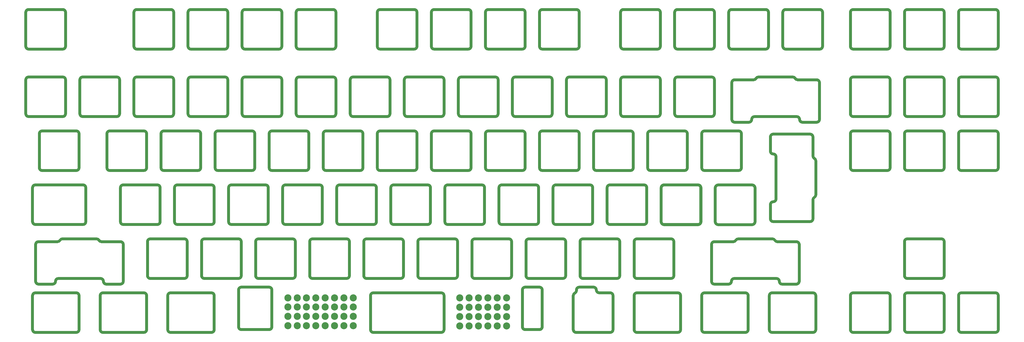
<source format=gbr>
%TF.GenerationSoftware,KiCad,Pcbnew,(5.1.9)-1*%
%TF.CreationDate,2021-02-08T19:10:30+01:00*%
%TF.ProjectId,P.01_ISO,502e3031-5f49-4534-9f2e-6b696361645f,rev?*%
%TF.SameCoordinates,Original*%
%TF.FileFunction,Soldermask,Bot*%
%TF.FilePolarity,Negative*%
%FSLAX46Y46*%
G04 Gerber Fmt 4.6, Leading zero omitted, Abs format (unit mm)*
G04 Created by KiCad (PCBNEW (5.1.9)-1) date 2021-02-08 19:10:30*
%MOMM*%
%LPD*%
G01*
G04 APERTURE LIST*
%ADD10C,1.000000*%
%ADD11C,2.500000*%
G04 APERTURE END LIST*
D10*
X254507992Y-104909752D02*
G75*
G02*
X253507992Y-105909752I-1000000J0D01*
G01*
X234092751Y-113982507D02*
X246092751Y-113982507D01*
X233092751Y-100982507D02*
G75*
G02*
X234092751Y-99982507I1000000J0D01*
G01*
X246092751Y-99982507D02*
G75*
G02*
X247092751Y-100982507I0J-1000000D01*
G01*
X247092751Y-112982507D02*
G75*
G02*
X246092751Y-113982507I-1000000J0D01*
G01*
X246092751Y-99982507D02*
X234092751Y-99982507D01*
X252507992Y-106909752D02*
G75*
G02*
X253507992Y-105909752I1000000J0D01*
G01*
X268507992Y-103471752D02*
X268507992Y-91471752D01*
X234092751Y-113982507D02*
G75*
G02*
X233092751Y-112982507I0J1000000D01*
G01*
X267507992Y-111909752D02*
X267507992Y-105203803D01*
X268507993Y-103471752D02*
G75*
G02*
X268007992Y-104337778I-1000001J0D01*
G01*
X253507992Y-89033752D02*
G75*
G02*
X254507992Y-90033752I0J-1000000D01*
G01*
X253507992Y-112909752D02*
X266507992Y-112909752D01*
X253507992Y-112909752D02*
G75*
G02*
X252507992Y-111909752I0J1000000D01*
G01*
X267507992Y-105203803D02*
G75*
G02*
X268007992Y-104337778I1000000J0D01*
G01*
X252507992Y-106909752D02*
X252507992Y-111909752D01*
X252507993Y-83033752D02*
X252507992Y-88033752D01*
X247092751Y-112982507D02*
X247092751Y-100982507D01*
X267507992Y-89739701D02*
X267507993Y-83033752D01*
X266507993Y-82033752D02*
G75*
G02*
X267507993Y-83033752I0J-1000000D01*
G01*
X266507993Y-82033752D02*
X253507993Y-82033752D01*
X254507992Y-90033752D02*
X254507992Y-104909752D01*
X267507992Y-111909752D02*
G75*
G02*
X266507992Y-112909752I-1000000J0D01*
G01*
X268007992Y-90605726D02*
G75*
G02*
X267507992Y-89739701I500000J866025D01*
G01*
X233092751Y-100982507D02*
X233092751Y-112982507D01*
X252507993Y-83033752D02*
G75*
G02*
X253507993Y-82033752I1000000J0D01*
G01*
X253507992Y-89033752D02*
G75*
G02*
X252507992Y-88033752I0J1000000D01*
G01*
X227042751Y-99982507D02*
G75*
G02*
X228042751Y-100982507I0J-1000000D01*
G01*
X228042751Y-112982507D02*
X228042751Y-100982507D01*
X228042751Y-112982507D02*
G75*
G02*
X227042751Y-113982507I-1000000J0D01*
G01*
X227042751Y-99982507D02*
X215042751Y-99982507D01*
X214042751Y-100982507D02*
X214042751Y-112982507D01*
X215042751Y-113982507D02*
X227042751Y-113982507D01*
X215042751Y-113982507D02*
G75*
G02*
X214042751Y-112982507I0J1000000D01*
G01*
X214042751Y-100982507D02*
G75*
G02*
X215042751Y-99982507I1000000J0D01*
G01*
X268007992Y-90605727D02*
G75*
G02*
X268507992Y-91471752I-500000J-866025D01*
G01*
X-9813799Y-39027099D02*
X-9813799Y-51027099D01*
X-9813800Y-74839599D02*
X-9813800Y-62839599D01*
X185161200Y-81889605D02*
X185161199Y-93889605D01*
X171161200Y-81889604D02*
G75*
G02*
X172161200Y-80889604I1000000J0D01*
G01*
X172161199Y-94889604D02*
G75*
G02*
X171161199Y-93889604I0J1000000D01*
G01*
X171161199Y-93889604D02*
X171161200Y-81889604D01*
X127011200Y-80889603D02*
X115011200Y-80889603D01*
X89911199Y-93889602D02*
G75*
G02*
X88911199Y-94889602I-1000000J0D01*
G01*
X114011200Y-81889603D02*
X114011199Y-93889603D01*
X185161199Y-93889605D02*
G75*
G02*
X184161199Y-94889605I-1000000J0D01*
G01*
X115011199Y-94889603D02*
G75*
G02*
X114011199Y-93889603I0J1000000D01*
G01*
X89911199Y-93889602D02*
X89911200Y-81889602D01*
X128011199Y-93889603D02*
X128011200Y-81889603D01*
X128011199Y-93889603D02*
G75*
G02*
X127011199Y-94889603I-1000000J0D01*
G01*
X115011199Y-94889603D02*
X127011199Y-94889603D01*
X127011200Y-80889603D02*
G75*
G02*
X128011200Y-81889603I0J-1000000D01*
G01*
X114011200Y-81889603D02*
G75*
G02*
X115011200Y-80889603I1000000J0D01*
G01*
X184161200Y-80889605D02*
G75*
G02*
X185161200Y-81889605I0J-1000000D01*
G01*
X76911199Y-94889602D02*
G75*
G02*
X75911199Y-93889602I0J1000000D01*
G01*
X172161200Y-80889604D02*
X184161200Y-80889605D01*
X76911199Y-94889602D02*
X88911199Y-94889602D01*
X184161199Y-94889605D02*
X172161199Y-94889604D01*
X134061201Y-52027103D02*
X146061201Y-52027104D01*
X137536200Y-74839603D02*
G75*
G02*
X136536200Y-75839603I-1000000J0D01*
G01*
X124536200Y-61839603D02*
X136536200Y-61839603D01*
X123536200Y-74839603D02*
X123536200Y-62839603D01*
X94673699Y-100939602D02*
X94673699Y-112939602D01*
X150823699Y-113939604D02*
X138823699Y-113939604D01*
X80673699Y-100939602D02*
G75*
G02*
X81673699Y-99939602I1000000J0D01*
G01*
X93673699Y-113939602D02*
X81673699Y-113939602D01*
X150823699Y-99939604D02*
G75*
G02*
X151823699Y-100939604I0J-1000000D01*
G01*
X142586200Y-62839604D02*
G75*
G02*
X143586200Y-61839604I1000000J0D01*
G01*
X138823699Y-113939604D02*
G75*
G02*
X137823699Y-112939604I0J1000000D01*
G01*
X253123698Y-152039607D02*
G75*
G02*
X252123698Y-151039607I0J1000000D01*
G01*
X137536200Y-62839604D02*
X137536200Y-74839604D01*
X80673699Y-112939602D02*
X80673699Y-100939602D01*
X252123698Y-139039607D02*
G75*
G02*
X253123698Y-138039607I1000000J0D01*
G01*
X143586200Y-61839604D02*
X155586200Y-61839604D01*
X136536201Y-61839603D02*
G75*
G02*
X137536200Y-62839604I-1J-1000000D01*
G01*
X143586200Y-75839604D02*
G75*
G02*
X142586200Y-74839604I0J1000000D01*
G01*
X165111201Y-38027104D02*
G75*
G02*
X166111201Y-39027104I0J-1000000D01*
G01*
X267504948Y-138039607D02*
G75*
G02*
X268504948Y-139039607I0J-1000000D01*
G01*
X133061201Y-39027103D02*
G75*
G02*
X134061201Y-38027103I1000000J0D01*
G01*
X94673699Y-112939602D02*
G75*
G02*
X93673699Y-113939602I-1000000J0D01*
G01*
X123536200Y-62839603D02*
G75*
G02*
X124536200Y-61839603I1000000J0D01*
G01*
X153111201Y-52027104D02*
G75*
G02*
X152111201Y-51027104I0J1000000D01*
G01*
X88911200Y-80889602D02*
X76911200Y-80889602D01*
X136536200Y-75839603D02*
X124536200Y-75839603D01*
X156586200Y-62839604D02*
X156586200Y-74839604D01*
X81673699Y-99939602D02*
X93673699Y-99939602D01*
X133061201Y-39027103D02*
X133061201Y-51027103D01*
X252123698Y-151039607D02*
X252123698Y-139039607D01*
X93673699Y-99939602D02*
G75*
G02*
X94673699Y-100939602I0J-1000000D01*
G01*
X153111201Y-52027104D02*
X165111201Y-52027104D01*
X268504948Y-151039607D02*
G75*
G02*
X267504948Y-152039607I-1000000J0D01*
G01*
X75911200Y-81889602D02*
G75*
G02*
X76911200Y-80889602I1000000J0D01*
G01*
X81673699Y-113939602D02*
G75*
G02*
X80673699Y-112939602I0J1000000D01*
G01*
X146061201Y-38027104D02*
G75*
G02*
X147061201Y-39027104I0J-1000000D01*
G01*
X147061201Y-51027104D02*
G75*
G02*
X146061201Y-52027104I-1000000J0D01*
G01*
X151823699Y-112939604D02*
G75*
G02*
X150823699Y-113939604I-1000000J0D01*
G01*
X138823699Y-99939604D02*
X150823699Y-99939604D01*
X137823699Y-112939604D02*
X137823699Y-100939604D01*
X152111201Y-39027104D02*
G75*
G02*
X153111201Y-38027104I1000000J0D01*
G01*
X156586200Y-74839604D02*
G75*
G02*
X155586200Y-75839604I-1000000J0D01*
G01*
X267504948Y-152039607D02*
X253123698Y-152039607D01*
X146061201Y-38027104D02*
X134061201Y-38027103D01*
X124536200Y-75839603D02*
G75*
G02*
X123536200Y-74839603I0J1000000D01*
G01*
X152111201Y-39027104D02*
X152111201Y-51027104D01*
X166111201Y-51027104D02*
X166111201Y-39027104D01*
X155586200Y-75839604D02*
X143586200Y-75839604D01*
X75623699Y-112939602D02*
X75623699Y-100939602D01*
X137823699Y-100939604D02*
G75*
G02*
X138823699Y-99939604I1000000J0D01*
G01*
X62623699Y-113939601D02*
G75*
G02*
X61623699Y-112939601I0J1000000D01*
G01*
X62623699Y-113939601D02*
X74623699Y-113939602D01*
X253123698Y-138039607D02*
X267504948Y-138039607D01*
X75623699Y-112939602D02*
G75*
G02*
X74623699Y-113939602I-1000000J0D01*
G01*
X166111201Y-51027104D02*
G75*
G02*
X165111201Y-52027104I-1000000J0D01*
G01*
X147061201Y-51027104D02*
X147061201Y-39027104D01*
X134061201Y-52027103D02*
G75*
G02*
X133061201Y-51027103I0J1000000D01*
G01*
X151823699Y-100939604D02*
X151823699Y-112939604D01*
X268504948Y-139039607D02*
X268504948Y-151039607D01*
X142586200Y-74839604D02*
X142586200Y-62839604D01*
X155586200Y-61839604D02*
G75*
G02*
X156586200Y-62839604I0J-1000000D01*
G01*
X165111201Y-38027104D02*
X153111201Y-38027104D01*
X75911200Y-81889602D02*
X75911199Y-93889602D01*
X88911200Y-80889602D02*
G75*
G02*
X89911200Y-81889602I0J-1000000D01*
G01*
X195973699Y-113939605D02*
G75*
G02*
X194973699Y-112939605I0J1000000D01*
G01*
X146061199Y-94889604D02*
X134061199Y-94889603D01*
X133061199Y-93889603D02*
X133061200Y-81889603D01*
X147061199Y-93889604D02*
G75*
G02*
X146061199Y-94889604I-1000000J0D01*
G01*
X196067448Y-138039605D02*
G75*
G02*
X197067448Y-139039605I0J-1000000D01*
G01*
X146061200Y-80889604D02*
G75*
G02*
X147061200Y-81889604I0J-1000000D01*
G01*
X195973699Y-113939605D02*
X207973699Y-113939605D01*
X134061199Y-94889603D02*
G75*
G02*
X133061199Y-93889603I0J1000000D01*
G01*
X208973699Y-112939606D02*
X208973699Y-100939606D01*
X200736200Y-75839605D02*
G75*
G02*
X199736200Y-74839605I0J1000000D01*
G01*
X196067448Y-138039605D02*
X192186198Y-138039605D01*
X213736200Y-74839606D02*
G75*
G02*
X212736200Y-75839606I-1000000J0D01*
G01*
X184186198Y-137039605D02*
X184186198Y-137244222D01*
X207973699Y-99939605D02*
X195973699Y-99939605D01*
X199736200Y-74839605D02*
X199736200Y-62839605D01*
X199736200Y-62839605D02*
G75*
G02*
X200736200Y-61839605I1000000J0D01*
G01*
X134061200Y-80889603D02*
X146061200Y-80889604D01*
X133061200Y-81889603D02*
G75*
G02*
X134061200Y-80889603I1000000J0D01*
G01*
X113723699Y-112939603D02*
X113723699Y-100939603D01*
X117486200Y-61839603D02*
G75*
G02*
X118486200Y-62839603I0J-1000000D01*
G01*
X190186198Y-136039605D02*
G75*
G02*
X191186198Y-137039605I0J-1000000D01*
G01*
X213736200Y-62839606D02*
X213736200Y-74839606D01*
X99723699Y-100939602D02*
X99723699Y-112939602D01*
X208973699Y-112939605D02*
G75*
G02*
X207973699Y-113939605I-1000000J0D01*
G01*
X194973699Y-100939605D02*
X194973699Y-112939605D01*
X200736200Y-61839605D02*
X212736200Y-61839606D01*
X184186199Y-137244222D02*
G75*
G02*
X183626823Y-138141914I-1000001J0D01*
G01*
X100723699Y-113939602D02*
X112723699Y-113939603D01*
X118486200Y-62839603D02*
X118486200Y-74839603D01*
X212736200Y-75839606D02*
X200736200Y-75839605D01*
X117486200Y-75839603D02*
X105486200Y-75839603D01*
X190186198Y-136039605D02*
X185186198Y-136039605D01*
X112723699Y-99939603D02*
X100723699Y-99939602D01*
X100723699Y-113939602D02*
G75*
G02*
X99723699Y-112939602I0J1000000D01*
G01*
X118486200Y-74839603D02*
G75*
G02*
X117486200Y-75839603I-1000000J0D01*
G01*
X183067448Y-139039605D02*
G75*
G02*
X183626823Y-138141914I1000000J0D01*
G01*
X113723699Y-112939603D02*
G75*
G02*
X112723699Y-113939603I-1000000J0D01*
G01*
X61623699Y-100939601D02*
X61623699Y-112939601D01*
X74623699Y-99939602D02*
X62623699Y-99939601D01*
X147061200Y-81889604D02*
X147061199Y-93889604D01*
X184186198Y-137039605D02*
G75*
G02*
X185186198Y-136039605I1000000J0D01*
G01*
X197067448Y-151039605D02*
G75*
G02*
X196067448Y-152039605I-1000000J0D01*
G01*
X183067448Y-139039605D02*
X183067448Y-151039605D01*
X112723699Y-99939603D02*
G75*
G02*
X113723699Y-100939603I0J-1000000D01*
G01*
X184067448Y-152039605D02*
G75*
G02*
X183067448Y-151039605I0J1000000D01*
G01*
X207973700Y-99939605D02*
G75*
G02*
X208973699Y-100939606I-1J-1000000D01*
G01*
X184067448Y-152039605D02*
X196067448Y-152039605D01*
X212736200Y-61839606D02*
G75*
G02*
X213736200Y-62839606I0J-1000000D01*
G01*
X61623699Y-100939601D02*
G75*
G02*
X62623699Y-99939601I1000000J0D01*
G01*
X74623699Y-99939602D02*
G75*
G02*
X75623699Y-100939602I0J-1000000D01*
G01*
X194973699Y-100939605D02*
G75*
G02*
X195973699Y-99939605I1000000J0D01*
G01*
X197067448Y-151039605D02*
X197067448Y-139039605D01*
X192186198Y-138039605D02*
G75*
G02*
X191186198Y-137039605I0J1000000D01*
G01*
X99723699Y-100939602D02*
G75*
G02*
X100723699Y-99939602I1000000J0D01*
G01*
X103198699Y-118989603D02*
G75*
G02*
X104198699Y-119989603I0J-1000000D01*
G01*
X90198699Y-119989602D02*
G75*
G02*
X91198699Y-118989602I1000000J0D01*
G01*
X128298699Y-119989603D02*
X128298698Y-131989603D01*
X90198699Y-119989602D02*
X90198698Y-131989602D01*
X91198698Y-132989602D02*
G75*
G02*
X90198698Y-131989602I0J1000000D01*
G01*
X103198699Y-118989603D02*
X91198699Y-118989602D01*
X141298699Y-118989604D02*
X129298699Y-118989603D01*
X105486200Y-61839603D02*
X117486200Y-61839603D01*
X104486200Y-62839603D02*
G75*
G02*
X105486200Y-61839603I1000000J0D01*
G01*
X105486200Y-75839603D02*
G75*
G02*
X104486200Y-74839603I0J1000000D01*
G01*
X104486200Y-74839603D02*
X104486200Y-62839603D01*
X142298698Y-131989604D02*
X142298699Y-119989604D01*
X142298698Y-131989604D02*
G75*
G02*
X141298698Y-132989604I-1000000J0D01*
G01*
X128298699Y-119989603D02*
G75*
G02*
X129298699Y-118989603I1000000J0D01*
G01*
X129298698Y-132989603D02*
X141298698Y-132989604D01*
X129298698Y-132989603D02*
G75*
G02*
X128298698Y-131989603I0J1000000D01*
G01*
X141298699Y-118989604D02*
G75*
G02*
X142298699Y-119989604I0J-1000000D01*
G01*
X136536199Y-138039603D02*
G75*
G02*
X137536198Y-139039604I-1J-1000000D01*
G01*
X137536198Y-151039604D02*
X137536198Y-139039604D01*
X137536198Y-151039603D02*
G75*
G02*
X136536198Y-152039603I-1000000J0D01*
G01*
X112629948Y-152039603D02*
X136536198Y-152039603D01*
X111629948Y-139039603D02*
X111629948Y-151039603D01*
X229311199Y-94889606D02*
G75*
G02*
X228311199Y-93889606I0J1000000D01*
G01*
X111629948Y-139039603D02*
G75*
G02*
X112629948Y-138039603I1000000J0D01*
G01*
X229311199Y-94889606D02*
X241311199Y-94889606D01*
X65098699Y-118989601D02*
X53098699Y-118989601D01*
X66098698Y-131989602D02*
X66098699Y-119989602D01*
X160348698Y-132989604D02*
X148348698Y-132989604D01*
X147348699Y-119989604D02*
G75*
G02*
X148348699Y-118989604I1000000J0D01*
G01*
X52098699Y-119989601D02*
G75*
G02*
X53098699Y-118989601I1000000J0D01*
G01*
X174636200Y-61839605D02*
G75*
G02*
X175636200Y-62839605I0J-1000000D01*
G01*
X148348698Y-132989604D02*
G75*
G02*
X147348698Y-131989604I0J1000000D01*
G01*
X160348699Y-118989604D02*
G75*
G02*
X161348699Y-119989604I0J-1000000D01*
G01*
X161636200Y-74839604D02*
X161636200Y-62839604D01*
X66098698Y-131989601D02*
G75*
G02*
X65098698Y-132989601I-1000000J0D01*
G01*
X175636200Y-62839605D02*
X175636200Y-74839605D01*
X53098698Y-132989601D02*
G75*
G02*
X52098698Y-131989601I0J1000000D01*
G01*
X174636200Y-75839605D02*
X162636200Y-75839604D01*
X65098700Y-118989601D02*
G75*
G02*
X66098699Y-119989602I-1J-1000000D01*
G01*
X52098699Y-119989601D02*
X52098698Y-131989601D01*
X161348699Y-119989604D02*
X161348698Y-131989604D01*
X162636200Y-61839604D02*
X174636200Y-61839605D01*
X175636200Y-74839605D02*
G75*
G02*
X174636200Y-75839605I-1000000J0D01*
G01*
X147348698Y-131989604D02*
X147348699Y-119989604D01*
X162636200Y-75839604D02*
G75*
G02*
X161636200Y-74839604I0J1000000D01*
G01*
X161348698Y-131989604D02*
G75*
G02*
X160348698Y-132989604I-1000000J0D01*
G01*
X228311200Y-81889606D02*
G75*
G02*
X229311200Y-80889606I1000000J0D01*
G01*
X242311199Y-93889606D02*
X242311200Y-81889606D01*
X161636200Y-62839604D02*
G75*
G02*
X162636200Y-61839604I1000000J0D01*
G01*
X241311200Y-80889606D02*
G75*
G02*
X242311200Y-81889606I0J-1000000D01*
G01*
X91198698Y-132989602D02*
X103198698Y-132989603D01*
X241311200Y-80889606D02*
X229311200Y-80889606D01*
X53098698Y-132989601D02*
X65098698Y-132989601D01*
X104198698Y-131989603D02*
X104198699Y-119989603D01*
X112629948Y-152039603D02*
G75*
G02*
X111629948Y-151039603I0J1000000D01*
G01*
X136536198Y-138039603D02*
X112629948Y-138039603D01*
X148348699Y-118989604D02*
X160348699Y-118989604D01*
X228311200Y-81889606D02*
X228311199Y-93889606D01*
X242311199Y-93889606D02*
G75*
G02*
X241311199Y-94889606I-1000000J0D01*
G01*
X123248698Y-131989603D02*
X123248699Y-119989603D01*
X104198698Y-131989603D02*
G75*
G02*
X103198698Y-132989603I-1000000J0D01*
G01*
X172161201Y-38027104D02*
X184161201Y-38027105D01*
X212736201Y-38027106D02*
G75*
G02*
X213736201Y-39027106I0J-1000000D01*
G01*
X172161201Y-52027104D02*
G75*
G02*
X171161201Y-51027104I0J1000000D01*
G01*
X261655449Y-119989607D02*
G75*
G02*
X262655449Y-120989607I0J-1000000D01*
G01*
X256655448Y-134989607D02*
X261655448Y-134989607D01*
X254655448Y-132989607D02*
G75*
G02*
X255655448Y-133989607I0J-1000000D01*
G01*
X231779449Y-120989606D02*
X231779448Y-133989606D01*
X23236200Y-62839600D02*
X23236200Y-74839600D01*
X239779448Y-132989606D02*
X254655448Y-132989607D01*
X123248698Y-131989603D02*
G75*
G02*
X122248698Y-132989603I-1000000J0D01*
G01*
X199736201Y-39027105D02*
G75*
G02*
X200736201Y-38027105I1000000J0D01*
G01*
X232779448Y-134989606D02*
G75*
G02*
X231779448Y-133989606I0J1000000D01*
G01*
X109248699Y-119989603D02*
G75*
G02*
X110248699Y-118989603I1000000J0D01*
G01*
X200736201Y-38027105D02*
X212736201Y-38027106D01*
X199736201Y-51027105D02*
X199736201Y-39027105D01*
X56573699Y-112939601D02*
X56573699Y-100939601D01*
X76886198Y-150039602D02*
X76886198Y-137039602D01*
X262655448Y-133989607D02*
G75*
G02*
X261655448Y-134989607I-1000000J0D01*
G01*
X253217449Y-118989607D02*
G75*
G02*
X254083474Y-119489607I0J-1000000D01*
G01*
X262655448Y-133989607D02*
X262655449Y-120989607D01*
X185161201Y-51027105D02*
G75*
G02*
X184161201Y-52027105I-1000000J0D01*
G01*
X66129947Y-151039602D02*
G75*
G02*
X65129948Y-150039601I1J1000000D01*
G01*
X256655448Y-134989607D02*
G75*
G02*
X255655448Y-133989607I0J1000000D01*
G01*
X22236200Y-75839600D02*
X10236200Y-75839600D01*
X200736201Y-52027105D02*
G75*
G02*
X199736201Y-51027105I0J1000000D01*
G01*
X261655449Y-119989607D02*
X254949499Y-119989607D01*
X42573699Y-100939601D02*
G75*
G02*
X43573699Y-99939601I1000000J0D01*
G01*
X23236200Y-74839600D02*
G75*
G02*
X22236200Y-75839600I-1000000J0D01*
G01*
X55573699Y-99939601D02*
X43573699Y-99939601D01*
X66129948Y-151039602D02*
X75886198Y-151039602D01*
X171161201Y-51027104D02*
X171161201Y-39027104D01*
X10236200Y-75839600D02*
G75*
G02*
X9236200Y-74839600I0J1000000D01*
G01*
X110248698Y-132989603D02*
X122248698Y-132989603D01*
X43573699Y-113939601D02*
X55573699Y-113939601D01*
X43573699Y-113939601D02*
G75*
G02*
X42573699Y-112939601I0J1000000D01*
G01*
X42573699Y-100939601D02*
X42573699Y-112939601D01*
X171161201Y-39027104D02*
G75*
G02*
X172161201Y-38027104I1000000J0D01*
G01*
X231779449Y-120989606D02*
G75*
G02*
X232779449Y-119989606I1000000J0D01*
G01*
X238779448Y-133989606D02*
G75*
G02*
X239779448Y-132989606I1000000J0D01*
G01*
X184161201Y-52027105D02*
X172161201Y-52027104D01*
X232779448Y-134989606D02*
X237779448Y-134989606D01*
X240351424Y-119489606D02*
G75*
G02*
X241217449Y-118989606I866025J-500000D01*
G01*
X110248698Y-132989603D02*
G75*
G02*
X109248698Y-131989603I0J1000000D01*
G01*
X213736201Y-51027106D02*
G75*
G02*
X212736201Y-52027106I-1000000J0D01*
G01*
X56573699Y-112939601D02*
G75*
G02*
X55573699Y-113939601I-1000000J0D01*
G01*
X65129948Y-137039602D02*
G75*
G02*
X66129948Y-136039602I1000000J0D01*
G01*
X254949499Y-119989607D02*
G75*
G02*
X254083474Y-119489607I0J1000000D01*
G01*
X55573699Y-99939601D02*
G75*
G02*
X56573699Y-100939601I0J-1000000D01*
G01*
X240351423Y-119489606D02*
G75*
G02*
X239485398Y-119989606I-866025J500000D01*
G01*
X65129948Y-137039601D02*
X65129948Y-150039601D01*
X213736201Y-39027106D02*
X213736201Y-51027106D01*
X184161201Y-38027105D02*
G75*
G02*
X185161201Y-39027105I0J-1000000D01*
G01*
X238779448Y-133989606D02*
G75*
G02*
X237779448Y-134989606I-1000000J0D01*
G01*
X75886198Y-136039602D02*
G75*
G02*
X76886198Y-137039602I0J-1000000D01*
G01*
X9236200Y-74839600D02*
X9236200Y-62839600D01*
X185161201Y-39027105D02*
X185161201Y-51027105D01*
X109248699Y-119989603D02*
X109248698Y-131989603D01*
X122248699Y-118989603D02*
X110248699Y-118989603D01*
X76886198Y-150039602D02*
G75*
G02*
X75886198Y-151039602I-1000000J0D01*
G01*
X75886198Y-136039602D02*
X66129948Y-136039602D01*
X239485398Y-119989606D02*
X232779449Y-119989606D01*
X253217449Y-118989607D02*
X241217449Y-118989606D01*
X122248699Y-118989603D02*
G75*
G02*
X123248699Y-119989603I0J-1000000D01*
G01*
X212736201Y-52027106D02*
X200736201Y-52027105D01*
X16379948Y-151039600D02*
X16379948Y-139039600D01*
X11329949Y-112939600D02*
X11329949Y-100939600D01*
X-9813799Y-39027099D02*
G75*
G02*
X-8813799Y-38027099I1000000J0D01*
G01*
X-7432551Y-100939599D02*
G75*
G02*
X-6432551Y-99939599I1000000J0D01*
G01*
X3186200Y-61839600D02*
G75*
G02*
X4186200Y-62839600I0J-1000000D01*
G01*
X654448Y-133989600D02*
G75*
G02*
X-345552Y-134989600I-1000000J0D01*
G01*
X16530448Y-132989600D02*
G75*
G02*
X17530448Y-133989600I0J-1000000D01*
G01*
X7948700Y-80889600D02*
G75*
G02*
X8948700Y-81889600I0J-1000000D01*
G01*
X16530448Y-132989600D02*
X1654448Y-132989600D01*
X-8813799Y-52027099D02*
G75*
G02*
X-9813799Y-51027099I0J1000000D01*
G01*
X-5051300Y-81889600D02*
G75*
G02*
X-4051300Y-80889600I1000000J0D01*
G01*
X-9813800Y-62839599D02*
G75*
G02*
X-8813800Y-61839599I1000000J0D01*
G01*
X8948699Y-93889600D02*
G75*
G02*
X7948699Y-94889600I-1000000J0D01*
G01*
X-6345551Y-120989600D02*
G75*
G02*
X-5345551Y-119989600I1000000J0D01*
G01*
X7948700Y-80889600D02*
X-4051300Y-80889600D01*
X8948699Y-93889600D02*
X8948700Y-81889600D01*
X-5051300Y-81889600D02*
X-5051301Y-93889600D01*
X-4051301Y-94889600D02*
X7948699Y-94889600D01*
X3186201Y-38027100D02*
G75*
G02*
X4186201Y-39027100I0J-1000000D01*
G01*
X17379948Y-138039600D02*
X31761198Y-138039601D01*
X-6432551Y-113939599D02*
G75*
G02*
X-7432551Y-112939599I0J1000000D01*
G01*
X23530448Y-134989600D02*
X18530448Y-134989600D01*
X3092449Y-118989600D02*
X15092449Y-118989600D01*
X-5345553Y-134989600D02*
G75*
G02*
X-6345552Y-133989599I1J1000000D01*
G01*
X654448Y-133989600D02*
G75*
G02*
X1654448Y-132989600I1000000J0D01*
G01*
X32761198Y-139039601D02*
X32761198Y-151039601D01*
X4186201Y-51027100D02*
X4186201Y-39027100D01*
X16379948Y-139039600D02*
G75*
G02*
X17379948Y-138039600I1000000J0D01*
G01*
X10329949Y-99939600D02*
X-6432551Y-99939599D01*
X3186201Y-38027100D02*
X-8813799Y-38027099D01*
X10329949Y-99939600D02*
G75*
G02*
X11329949Y-100939600I0J-1000000D01*
G01*
X11329949Y-112939600D02*
G75*
G02*
X10329949Y-113939600I-1000000J0D01*
G01*
X-6432551Y-113939599D02*
X10329949Y-113939600D01*
X-7432551Y-100939599D02*
X-7432551Y-112939599D01*
X-5345551Y-119989600D02*
X1360398Y-119989600D01*
X2226424Y-119489600D02*
G75*
G02*
X3092449Y-118989600I866025J-500000D01*
G01*
X-6345552Y-133989599D02*
X-6345551Y-120989599D01*
X2226423Y-119489600D02*
G75*
G02*
X1360398Y-119989600I-866025J500000D01*
G01*
X4186200Y-62839600D02*
X4186200Y-74839600D01*
X-4051301Y-94889600D02*
G75*
G02*
X-5051301Y-93889600I0J1000000D01*
G01*
X-8813799Y-52027099D02*
X3186201Y-52027100D01*
X3186200Y-75839600D02*
X-8813800Y-75839599D01*
X4186200Y-74839600D02*
G75*
G02*
X3186200Y-75839600I-1000000J0D01*
G01*
X-345552Y-134989600D02*
X-5345552Y-134989600D01*
X4186201Y-51027100D02*
G75*
G02*
X3186201Y-52027100I-1000000J0D01*
G01*
X18530448Y-134989600D02*
G75*
G02*
X17530448Y-133989600I0J1000000D01*
G01*
X31761198Y-138039601D02*
G75*
G02*
X32761198Y-139039601I0J-1000000D01*
G01*
X-8813800Y-61839599D02*
X3186200Y-61839600D01*
X-8813800Y-75839599D02*
G75*
G02*
X-9813800Y-74839599I0J1000000D01*
G01*
X293698700Y-80889608D02*
X281698700Y-80889608D01*
X293698700Y-61839608D02*
G75*
G02*
X294698700Y-62839608I0J-1000000D01*
G01*
X294698700Y-74839608D02*
X294698700Y-62839608D01*
X280698700Y-81889608D02*
X280698699Y-93889608D01*
X294698700Y-74839608D02*
G75*
G02*
X293698700Y-75839608I-1000000J0D01*
G01*
X281698699Y-94889608D02*
G75*
G02*
X280698699Y-93889608I0J1000000D01*
G01*
X313748698Y-151039608D02*
X313748698Y-139039608D01*
X299748701Y-39027108D02*
X299748701Y-51027108D01*
X299748701Y-39027108D02*
G75*
G02*
X300748701Y-38027108I1000000J0D01*
G01*
X299748698Y-139039608D02*
G75*
G02*
X300748698Y-138039608I1000000J0D01*
G01*
X300748699Y-94889608D02*
G75*
G02*
X299748699Y-93889608I0J1000000D01*
G01*
X243692448Y-152039606D02*
X229311198Y-152039606D01*
X294698699Y-93889608D02*
X294698700Y-81889608D01*
X281698700Y-75839608D02*
G75*
G02*
X280698700Y-74839608I0J1000000D01*
G01*
X281698699Y-94889608D02*
X293698699Y-94889608D01*
X313748701Y-51027108D02*
G75*
G02*
X312748701Y-52027108I-1000000J0D01*
G01*
X220879948Y-139039606D02*
X220879948Y-151039606D01*
X243692449Y-138039606D02*
G75*
G02*
X244692448Y-139039607I-1J-1000000D01*
G01*
X229311198Y-152039606D02*
G75*
G02*
X228311198Y-151039606I0J1000000D01*
G01*
X313748699Y-93889608D02*
G75*
G02*
X312748699Y-94889608I-1000000J0D01*
G01*
X294698699Y-93889608D02*
G75*
G02*
X293698699Y-94889608I-1000000J0D01*
G01*
X229311198Y-138039606D02*
X243692448Y-138039606D01*
X313748698Y-151039608D02*
G75*
G02*
X312748698Y-152039608I-1000000J0D01*
G01*
X24530448Y-133989600D02*
G75*
G02*
X23530448Y-134989600I-1000000J0D01*
G01*
X293698700Y-61839608D02*
X281698700Y-61839608D01*
X24530449Y-120989600D02*
X24530448Y-133989600D01*
X55573698Y-138039601D02*
G75*
G02*
X56573698Y-139039601I0J-1000000D01*
G01*
X23530449Y-119989600D02*
G75*
G02*
X24530449Y-120989600I0J-1000000D01*
G01*
X16824499Y-119989600D02*
X23530449Y-119989600D01*
X56573698Y-139039601D02*
X56573698Y-151039601D01*
X312748698Y-138039608D02*
X300748698Y-138039608D01*
X300748701Y-52027108D02*
X312748701Y-52027108D01*
X300748701Y-52027108D02*
G75*
G02*
X299748701Y-51027108I0J1000000D01*
G01*
X244692448Y-139039607D02*
X244692448Y-151039607D01*
X16824499Y-119989600D02*
G75*
G02*
X15958474Y-119489600I0J1000000D01*
G01*
X15092449Y-118989600D02*
G75*
G02*
X15958474Y-119489600I0J-1000000D01*
G01*
X312748701Y-38027108D02*
X300748701Y-38027108D01*
X56573698Y-151039601D02*
G75*
G02*
X55573698Y-152039601I-1000000J0D01*
G01*
X244692448Y-151039606D02*
G75*
G02*
X243692448Y-152039606I-1000000J0D01*
G01*
X40192448Y-139039601D02*
G75*
G02*
X41192448Y-138039601I1000000J0D01*
G01*
X312748698Y-138039608D02*
G75*
G02*
X313748698Y-139039608I0J-1000000D01*
G01*
X299748698Y-139039608D02*
X299748698Y-151039608D01*
X280698700Y-62839608D02*
G75*
G02*
X281698700Y-61839608I1000000J0D01*
G01*
X280698700Y-62839608D02*
X280698700Y-74839608D01*
X300748698Y-152039608D02*
G75*
G02*
X299748698Y-151039608I0J1000000D01*
G01*
X299748700Y-81889608D02*
G75*
G02*
X300748700Y-80889608I1000000J0D01*
G01*
X228311198Y-151039606D02*
X228311198Y-139039606D01*
X300748698Y-152039608D02*
X312748698Y-152039608D01*
X312748701Y-38027108D02*
G75*
G02*
X313748701Y-39027108I0J-1000000D01*
G01*
X312748700Y-80889608D02*
X300748700Y-80889608D01*
X313748699Y-93889608D02*
X313748700Y-81889608D01*
X300748699Y-94889608D02*
X312748699Y-94889608D01*
X228311198Y-139039606D02*
G75*
G02*
X229311198Y-138039606I1000000J0D01*
G01*
X280698700Y-81889608D02*
G75*
G02*
X281698700Y-80889608I1000000J0D01*
G01*
X41192448Y-152039601D02*
G75*
G02*
X40192448Y-151039601I0J1000000D01*
G01*
X281698700Y-75839608D02*
X293698700Y-75839608D01*
X40192448Y-151039601D02*
X40192448Y-139039601D01*
X55573698Y-152039601D02*
X41192448Y-152039601D01*
X313748701Y-51027108D02*
X313748701Y-39027108D01*
X299748700Y-81889608D02*
X299748699Y-93889608D01*
X41192448Y-138039601D02*
X55573698Y-138039601D01*
X220879948Y-151039606D02*
G75*
G02*
X219879948Y-152039606I-1000000J0D01*
G01*
X293698700Y-80889608D02*
G75*
G02*
X294698700Y-81889608I0J-1000000D01*
G01*
X312748700Y-80889608D02*
G75*
G02*
X313748700Y-81889608I0J-1000000D01*
G01*
X332798698Y-139039609D02*
X332798698Y-151039609D01*
X281698698Y-152039608D02*
G75*
G02*
X280698698Y-151039608I0J1000000D01*
G01*
X318798698Y-151039609D02*
X318798698Y-139039609D01*
X332798701Y-39027109D02*
X332798701Y-51027109D01*
X281698701Y-52027108D02*
X293698701Y-52027108D01*
X294698698Y-151039608D02*
X294698698Y-139039608D01*
X318798699Y-93889609D02*
X318798700Y-81889609D01*
X300748698Y-132989608D02*
G75*
G02*
X299748698Y-131989608I0J1000000D01*
G01*
X331798698Y-152039609D02*
X319798698Y-152039609D01*
X293698701Y-38027108D02*
X281698701Y-38027108D01*
X294698701Y-51027108D02*
X294698701Y-39027108D01*
X299748698Y-131989608D02*
X299748699Y-119989608D01*
X331798699Y-94889609D02*
X319798699Y-94889609D01*
X319798700Y-80889609D02*
X331798700Y-80889609D01*
X318798700Y-81889609D02*
G75*
G02*
X319798700Y-80889609I1000000J0D01*
G01*
X331798698Y-138039609D02*
G75*
G02*
X332798698Y-139039609I0J-1000000D01*
G01*
X293698698Y-138039608D02*
G75*
G02*
X294698698Y-139039608I0J-1000000D01*
G01*
X331798700Y-80889609D02*
G75*
G02*
X332798700Y-81889609I0J-1000000D01*
G01*
X331798701Y-52027109D02*
X319798701Y-52027109D01*
X332798699Y-93889609D02*
G75*
G02*
X331798699Y-94889609I-1000000J0D01*
G01*
X280698701Y-39027108D02*
G75*
G02*
X281698701Y-38027108I1000000J0D01*
G01*
X281698698Y-152039608D02*
X293698698Y-152039608D01*
X332798698Y-151039609D02*
G75*
G02*
X331798698Y-152039609I-1000000J0D01*
G01*
X318798698Y-139039609D02*
G75*
G02*
X319798698Y-138039609I1000000J0D01*
G01*
X319798699Y-94889609D02*
G75*
G02*
X318798699Y-93889609I0J1000000D01*
G01*
X319798701Y-52027109D02*
G75*
G02*
X318798701Y-51027109I0J1000000D01*
G01*
X332798701Y-51027109D02*
G75*
G02*
X331798701Y-52027109I-1000000J0D01*
G01*
X319798701Y-38027109D02*
X331798701Y-38027109D01*
X318798701Y-39027109D02*
G75*
G02*
X319798701Y-38027109I1000000J0D01*
G01*
X219879948Y-138039606D02*
G75*
G02*
X220879948Y-139039606I0J-1000000D01*
G01*
X318798701Y-51027109D02*
X318798701Y-39027109D01*
X205498698Y-138039605D02*
X219879948Y-138039606D01*
X319798698Y-138039609D02*
X331798698Y-138039609D01*
X204498698Y-139039605D02*
G75*
G02*
X205498698Y-138039605I1000000J0D01*
G01*
X281698701Y-52027108D02*
G75*
G02*
X280698701Y-51027108I0J1000000D01*
G01*
X280698701Y-39027108D02*
X280698701Y-51027108D01*
X280698698Y-139039608D02*
X280698698Y-151039608D01*
X204498698Y-151039605D02*
X204498698Y-139039605D01*
X280698698Y-139039608D02*
G75*
G02*
X281698698Y-138039608I1000000J0D01*
G01*
X332798700Y-81889609D02*
X332798699Y-93889609D01*
X205498698Y-152039605D02*
G75*
G02*
X204498698Y-151039605I0J1000000D01*
G01*
X219879948Y-152039606D02*
X205498698Y-152039605D01*
X293698698Y-138039608D02*
X281698698Y-138039608D01*
X294698701Y-51027108D02*
G75*
G02*
X293698701Y-52027108I-1000000J0D01*
G01*
X319798698Y-152039609D02*
G75*
G02*
X318798698Y-151039609I0J1000000D01*
G01*
X331798701Y-38027109D02*
G75*
G02*
X332798701Y-39027109I0J-1000000D01*
G01*
X293698701Y-38027108D02*
G75*
G02*
X294698701Y-39027108I0J-1000000D01*
G01*
X294698698Y-151039608D02*
G75*
G02*
X293698698Y-152039608I-1000000J0D01*
G01*
X312748700Y-75839608D02*
X300748700Y-75839608D01*
X331798700Y-75839609D02*
X319798700Y-75839609D01*
X312748699Y-118989608D02*
G75*
G02*
X313748699Y-119989608I0J-1000000D01*
G01*
X300748699Y-118989608D02*
X312748699Y-118989608D01*
X319798700Y-75839609D02*
G75*
G02*
X318798700Y-74839609I0J1000000D01*
G01*
X299748699Y-119989608D02*
G75*
G02*
X300748699Y-118989608I1000000J0D01*
G01*
X312748700Y-61839608D02*
G75*
G02*
X313748700Y-62839608I0J-1000000D01*
G01*
X300748700Y-61839608D02*
X312748700Y-61839608D01*
X331798700Y-61839609D02*
G75*
G02*
X332798700Y-62839609I0J-1000000D01*
G01*
X299748700Y-62839608D02*
G75*
G02*
X300748700Y-61839608I1000000J0D01*
G01*
X318798700Y-62839609D02*
G75*
G02*
X319798700Y-61839609I1000000J0D01*
G01*
X319798700Y-61839609D02*
X331798700Y-61839609D01*
X313748700Y-62839608D02*
X313748700Y-74839608D01*
X313748700Y-74839608D02*
G75*
G02*
X312748700Y-75839608I-1000000J0D01*
G01*
X318798700Y-74839609D02*
X318798700Y-62839609D01*
X332798700Y-74839609D02*
G75*
G02*
X331798700Y-75839609I-1000000J0D01*
G01*
X300748700Y-75839608D02*
G75*
G02*
X299748700Y-74839608I0J1000000D01*
G01*
X299748700Y-74839608D02*
X299748700Y-62839608D01*
X332798700Y-62839609D02*
X332798700Y-74839609D01*
X312748698Y-132989608D02*
X300748698Y-132989608D01*
X313748698Y-131989608D02*
G75*
G02*
X312748698Y-132989608I-1000000J0D01*
G01*
X313748699Y-119989608D02*
X313748698Y-131989608D01*
X24523699Y-113939600D02*
G75*
G02*
X23523699Y-112939600I0J1000000D01*
G01*
X23523699Y-100939600D02*
X23523699Y-112939600D01*
X24523699Y-113939600D02*
X36523699Y-113939601D01*
X263799200Y-77839607D02*
G75*
G02*
X262799200Y-76839607I0J1000000D01*
G01*
X246923200Y-75839607D02*
X261799200Y-75839607D01*
X23523699Y-100939600D02*
G75*
G02*
X24523699Y-99939600I1000000J0D01*
G01*
X269799200Y-76839607D02*
G75*
G02*
X268799200Y-77839607I-1000000J0D01*
G01*
X263799200Y-77839607D02*
X268799200Y-77839607D01*
X37523699Y-112939601D02*
X37523699Y-100939601D01*
X260361200Y-61839606D02*
G75*
G02*
X261227226Y-62339607I0J-1000001D01*
G01*
X269799200Y-76839607D02*
X269799200Y-63839607D01*
X246629149Y-62839607D02*
X239923200Y-62839606D01*
X245923200Y-76839607D02*
G75*
G02*
X246923200Y-75839607I1000000J0D01*
G01*
X239923200Y-77839606D02*
X244923200Y-77839607D01*
X268799200Y-62839607D02*
X262093251Y-62839607D01*
X261799200Y-75839607D02*
G75*
G02*
X262799200Y-76839607I0J-1000000D01*
G01*
X238923200Y-63839606D02*
G75*
G02*
X239923200Y-62839606I1000000J0D01*
G01*
X239923200Y-77839606D02*
G75*
G02*
X238923200Y-76839606I0J1000000D01*
G01*
X36523699Y-99939601D02*
G75*
G02*
X37523699Y-100939601I0J-1000000D01*
G01*
X247495175Y-62339607D02*
G75*
G02*
X248361200Y-61839607I866025J-500000D01*
G01*
X268799200Y-62839607D02*
G75*
G02*
X269799200Y-63839607I0J-1000000D01*
G01*
X238923200Y-63839606D02*
X238923200Y-76839606D01*
X36523699Y-99939601D02*
X24523699Y-99939600D01*
X262093251Y-62839607D02*
G75*
G02*
X261227226Y-62339607I0J1000000D01*
G01*
X260361200Y-61839607D02*
X248361200Y-61839607D01*
X245923200Y-76839607D02*
G75*
G02*
X244923200Y-77839607I-1000000J0D01*
G01*
X37523699Y-112939601D02*
G75*
G02*
X36523699Y-113939601I-1000000J0D01*
G01*
X247495174Y-62339607D02*
G75*
G02*
X246629149Y-62839607I-866025J500000D01*
G01*
X-6432552Y-152039599D02*
G75*
G02*
X-7432552Y-151039599I0J1000000D01*
G01*
X204211200Y-81889605D02*
X204211199Y-93889605D01*
X-7432552Y-139039599D02*
X-7432552Y-151039599D01*
X228023699Y-112939606D02*
G75*
G02*
X227023699Y-113939606I-1000000J0D01*
G01*
X-7432552Y-139039599D02*
G75*
G02*
X-6432552Y-138039599I1000000J0D01*
G01*
X7948698Y-138039600D02*
X-6432552Y-138039599D01*
X204211199Y-93889605D02*
G75*
G02*
X203211199Y-94889605I-1000000J0D01*
G01*
X7948698Y-138039600D02*
G75*
G02*
X8948698Y-139039600I0J-1000000D01*
G01*
X250836201Y-38027107D02*
G75*
G02*
X251836201Y-39027107I0J-1000000D01*
G01*
X228023699Y-112939606D02*
X228023699Y-100939606D01*
X269886201Y-38027107D02*
G75*
G02*
X270886201Y-39027107I0J-1000000D01*
G01*
X227023699Y-99939606D02*
X215023699Y-99939606D01*
X251836201Y-39027107D02*
X251836201Y-51027107D01*
X47048698Y-131989601D02*
X47048699Y-119989601D01*
X34048698Y-132989601D02*
X46048698Y-132989601D01*
X257886201Y-52027107D02*
X269886201Y-52027107D01*
X214023699Y-100939606D02*
X214023699Y-112939606D01*
X46048699Y-118989601D02*
G75*
G02*
X47048699Y-119989601I0J-1000000D01*
G01*
X127011201Y-52027103D02*
X115011201Y-52027103D01*
X215023699Y-113939606D02*
X227023699Y-113939606D01*
X227023699Y-99939606D02*
G75*
G02*
X228023699Y-100939606I0J-1000000D01*
G01*
X127011201Y-38027103D02*
G75*
G02*
X128011201Y-39027103I0J-1000000D01*
G01*
X191211199Y-94889605D02*
G75*
G02*
X190211199Y-93889605I0J1000000D01*
G01*
X256886201Y-39027107D02*
G75*
G02*
X257886201Y-38027107I1000000J0D01*
G01*
X34048698Y-132989601D02*
G75*
G02*
X33048698Y-131989601I0J1000000D01*
G01*
X115011201Y-52027103D02*
G75*
G02*
X114011201Y-51027103I0J1000000D01*
G01*
X270886201Y-51027107D02*
G75*
G02*
X269886201Y-52027107I-1000000J0D01*
G01*
X33048699Y-119989601D02*
G75*
G02*
X34048699Y-118989601I1000000J0D01*
G01*
X114011201Y-39027103D02*
G75*
G02*
X115011201Y-38027103I1000000J0D01*
G01*
X47048698Y-131989601D02*
G75*
G02*
X46048698Y-132989601I-1000000J0D01*
G01*
X190211199Y-93889605D02*
X190211200Y-81889605D01*
X203211199Y-94889605D02*
X191211199Y-94889605D01*
X203211200Y-80889605D02*
G75*
G02*
X204211200Y-81889605I0J-1000000D01*
G01*
X46048699Y-118989601D02*
X34048699Y-118989601D01*
X256886201Y-39027107D02*
X256886201Y-51027107D01*
X128011201Y-51027103D02*
G75*
G02*
X127011201Y-52027103I-1000000J0D01*
G01*
X114011201Y-51027103D02*
X114011201Y-39027103D01*
X190211200Y-81889605D02*
G75*
G02*
X191211200Y-80889605I1000000J0D01*
G01*
X270886201Y-51027107D02*
X270886201Y-39027107D01*
X115011201Y-38027103D02*
X127011201Y-38027103D01*
X8948698Y-151039600D02*
X8948698Y-139039600D01*
X257886201Y-52027107D02*
G75*
G02*
X256886201Y-51027107I0J1000000D01*
G01*
X237836201Y-39027106D02*
G75*
G02*
X238836201Y-38027106I1000000J0D01*
G01*
X250836201Y-52027107D02*
X238836201Y-52027106D01*
X128011201Y-39027103D02*
X128011201Y-51027103D01*
X238836201Y-52027106D02*
G75*
G02*
X237836201Y-51027106I0J1000000D01*
G01*
X214023699Y-100939606D02*
G75*
G02*
X215023699Y-99939606I1000000J0D01*
G01*
X237836201Y-51027106D02*
X237836201Y-39027106D01*
X33048699Y-119989601D02*
X33048698Y-131989601D01*
X215023699Y-113939606D02*
G75*
G02*
X214023699Y-112939606I0J1000000D01*
G01*
X269886201Y-38027107D02*
X257886201Y-38027107D01*
X238836201Y-38027106D02*
X250836201Y-38027107D01*
X191211200Y-80889605D02*
X203211200Y-80889605D01*
X251836201Y-51027107D02*
G75*
G02*
X250836201Y-52027107I-1000000J0D01*
G01*
X8948698Y-151039600D02*
G75*
G02*
X7948698Y-152039600I-1000000J0D01*
G01*
X-6432552Y-152039599D02*
X7948698Y-152039600D01*
X232786201Y-39027106D02*
X232786201Y-51027106D01*
X107961200Y-80889603D02*
X95961200Y-80889602D01*
X172129948Y-150039604D02*
X172129948Y-137039604D01*
X153111199Y-94889604D02*
G75*
G02*
X152111199Y-93889604I0J1000000D01*
G01*
X118773699Y-112939603D02*
X118773699Y-100939603D01*
X41286201Y-38027101D02*
G75*
G02*
X42286201Y-39027101I0J-1000000D01*
G01*
X28286201Y-39027100D02*
G75*
G02*
X29286201Y-38027100I1000000J0D01*
G01*
X186448698Y-132989605D02*
X198448698Y-132989605D01*
X42286201Y-51027101D02*
X42286201Y-39027101D01*
X166129948Y-151039604D02*
X171129948Y-151039604D01*
X28286201Y-39027100D02*
X28286201Y-51027100D01*
X85436201Y-51027102D02*
X85436201Y-39027102D01*
X98436201Y-52027102D02*
X86436201Y-52027102D01*
X172129948Y-150039604D02*
G75*
G02*
X171129948Y-151039604I-1000000J0D01*
G01*
X95961199Y-94889602D02*
X107961199Y-94889603D01*
X165129948Y-137039604D02*
G75*
G02*
X166129948Y-136039604I1000000J0D01*
G01*
X165111200Y-80889604D02*
G75*
G02*
X166111200Y-81889604I0J-1000000D01*
G01*
X131773699Y-113939603D02*
X119773699Y-113939603D01*
X119773699Y-113939603D02*
G75*
G02*
X118773699Y-112939603I0J1000000D01*
G01*
X219786201Y-52027106D02*
G75*
G02*
X218786201Y-51027106I0J1000000D01*
G01*
X166129948Y-151039604D02*
G75*
G02*
X165129948Y-150039604I0J1000000D01*
G01*
X132773699Y-100939603D02*
X132773699Y-112939603D01*
X41286201Y-38027101D02*
X29286201Y-38027100D01*
X118773699Y-100939603D02*
G75*
G02*
X119773699Y-99939603I1000000J0D01*
G01*
X85436201Y-39027102D02*
G75*
G02*
X86436201Y-38027102I1000000J0D01*
G01*
X94961200Y-81889602D02*
G75*
G02*
X95961200Y-80889602I1000000J0D01*
G01*
X218786201Y-39027106D02*
G75*
G02*
X219786201Y-38027106I1000000J0D01*
G01*
X132773699Y-112939603D02*
G75*
G02*
X131773699Y-113939603I-1000000J0D01*
G01*
X153111199Y-94889604D02*
X165111199Y-94889604D01*
X218786201Y-51027106D02*
X218786201Y-39027106D01*
X171129948Y-136039604D02*
G75*
G02*
X172129948Y-137039604I0J-1000000D01*
G01*
X231786201Y-38027106D02*
G75*
G02*
X232786201Y-39027106I0J-1000000D01*
G01*
X219786201Y-38027106D02*
X231786201Y-38027106D01*
X166111199Y-93889604D02*
G75*
G02*
X165111199Y-94889604I-1000000J0D01*
G01*
X186448698Y-132989605D02*
G75*
G02*
X185448698Y-131989605I0J1000000D01*
G01*
X42286201Y-51027101D02*
G75*
G02*
X41286201Y-52027101I-1000000J0D01*
G01*
X152111200Y-81889604D02*
X152111199Y-93889604D01*
X29286201Y-52027100D02*
G75*
G02*
X28286201Y-51027100I0J1000000D01*
G01*
X198448699Y-118989605D02*
X186448699Y-118989605D01*
X98436201Y-38027102D02*
G75*
G02*
X99436201Y-39027102I0J-1000000D01*
G01*
X86436201Y-38027102D02*
X98436201Y-38027102D01*
X107961200Y-80889603D02*
G75*
G02*
X108961200Y-81889603I0J-1000000D01*
G01*
X119773699Y-99939603D02*
X131773699Y-99939603D01*
X171129948Y-136039604D02*
X166129948Y-136039604D01*
X165129948Y-137039604D02*
X165129948Y-150039604D01*
X185448699Y-119989605D02*
G75*
G02*
X186448699Y-118989605I1000000J0D01*
G01*
X131773699Y-99939603D02*
G75*
G02*
X132773699Y-100939603I0J-1000000D01*
G01*
X108961199Y-93889603D02*
X108961200Y-81889603D01*
X232786201Y-51027106D02*
G75*
G02*
X231786201Y-52027106I-1000000J0D01*
G01*
X29286201Y-52027100D02*
X41286201Y-52027101D01*
X165111200Y-80889604D02*
X153111200Y-80889604D01*
X86436201Y-52027102D02*
G75*
G02*
X85436201Y-51027102I0J1000000D01*
G01*
X231786201Y-52027106D02*
X219786201Y-52027106D01*
X99436201Y-51027102D02*
G75*
G02*
X98436201Y-52027102I-1000000J0D01*
G01*
X108961199Y-93889603D02*
G75*
G02*
X107961199Y-94889603I-1000000J0D01*
G01*
X166111199Y-93889604D02*
X166111200Y-81889604D01*
X152111200Y-81889604D02*
G75*
G02*
X153111200Y-80889604I1000000J0D01*
G01*
X99436201Y-39027102D02*
X99436201Y-51027102D01*
X185448699Y-119989605D02*
X185448698Y-131989605D01*
X95961199Y-94889602D02*
G75*
G02*
X94961199Y-93889602I0J1000000D01*
G01*
X94961200Y-81889602D02*
X94961199Y-93889602D01*
X31761200Y-80889601D02*
X19761200Y-80889600D01*
X170873699Y-112939604D02*
G75*
G02*
X169873699Y-113939604I-1000000J0D01*
G01*
X19761199Y-94889600D02*
X31761199Y-94889601D01*
X70861199Y-93889602D02*
X70861200Y-81889602D01*
X169873699Y-99939604D02*
G75*
G02*
X170873699Y-100939604I0J-1000000D01*
G01*
X219786200Y-75839606D02*
G75*
G02*
X218786200Y-74839606I0J1000000D01*
G01*
X156873699Y-112939604D02*
X156873699Y-100939604D01*
X157873699Y-113939604D02*
G75*
G02*
X156873699Y-112939604I0J1000000D01*
G01*
X72148698Y-132989602D02*
X84148698Y-132989602D01*
X57861199Y-94889601D02*
G75*
G02*
X56861199Y-93889601I0J1000000D01*
G01*
X169873699Y-113939604D02*
X157873699Y-113939604D01*
X60336201Y-52027101D02*
X48336201Y-52027101D01*
X47336201Y-39027101D02*
G75*
G02*
X48336201Y-38027101I1000000J0D01*
G01*
X85148698Y-131989602D02*
X85148699Y-119989602D01*
X70861199Y-93889602D02*
G75*
G02*
X69861199Y-94889602I-1000000J0D01*
G01*
X218786200Y-74839606D02*
X218786200Y-62839606D01*
X50811200Y-80889601D02*
G75*
G02*
X51811200Y-81889601I0J-1000000D01*
G01*
X51811199Y-93889601D02*
G75*
G02*
X50811199Y-94889601I-1000000J0D01*
G01*
X57861199Y-94889601D02*
X69861199Y-94889602D01*
X69861200Y-80889602D02*
X57861200Y-80889601D01*
X50811200Y-80889601D02*
X38811200Y-80889601D01*
X51811199Y-93889601D02*
X51811200Y-81889601D01*
X218786200Y-62839606D02*
G75*
G02*
X219786200Y-61839606I1000000J0D01*
G01*
X37811200Y-81889601D02*
G75*
G02*
X38811200Y-80889601I1000000J0D01*
G01*
X231786200Y-61839606D02*
G75*
G02*
X232786200Y-62839606I0J-1000000D01*
G01*
X232786200Y-74839606D02*
G75*
G02*
X231786200Y-75839606I-1000000J0D01*
G01*
X198448699Y-118989605D02*
G75*
G02*
X199448699Y-119989605I0J-1000000D01*
G01*
X60336201Y-38027101D02*
G75*
G02*
X61336201Y-39027101I0J-1000000D01*
G01*
X199448698Y-131989605D02*
X199448699Y-119989605D01*
X199448698Y-131989605D02*
G75*
G02*
X198448698Y-132989605I-1000000J0D01*
G01*
X222261200Y-80889606D02*
X210261200Y-80889606D01*
X19761199Y-94889600D02*
G75*
G02*
X18761199Y-93889600I0J1000000D01*
G01*
X18761200Y-81889600D02*
X18761199Y-93889600D01*
X222261200Y-80889606D02*
G75*
G02*
X223261200Y-81889606I0J-1000000D01*
G01*
X38811199Y-94889601D02*
G75*
G02*
X37811199Y-93889601I0J1000000D01*
G01*
X223261199Y-93889606D02*
X223261200Y-81889606D01*
X31761200Y-80889601D02*
G75*
G02*
X32761200Y-81889601I0J-1000000D01*
G01*
X232786200Y-62839606D02*
X232786200Y-74839606D01*
X223261199Y-93889606D02*
G75*
G02*
X222261199Y-94889606I-1000000J0D01*
G01*
X48336201Y-52027101D02*
G75*
G02*
X47336201Y-51027101I0J1000000D01*
G01*
X231786200Y-75839606D02*
X219786200Y-75839606D01*
X56861200Y-81889601D02*
G75*
G02*
X57861200Y-80889601I1000000J0D01*
G01*
X69861200Y-80889602D02*
G75*
G02*
X70861200Y-81889602I0J-1000000D01*
G01*
X210261199Y-94889606D02*
X222261199Y-94889606D01*
X210261199Y-94889606D02*
G75*
G02*
X209261199Y-93889606I0J1000000D01*
G01*
X48336201Y-38027101D02*
X60336201Y-38027101D01*
X209261200Y-81889606D02*
X209261199Y-93889606D01*
X32761199Y-93889601D02*
X32761200Y-81889601D01*
X61336201Y-51027101D02*
G75*
G02*
X60336201Y-52027101I-1000000J0D01*
G01*
X209261200Y-81889606D02*
G75*
G02*
X210261200Y-80889606I1000000J0D01*
G01*
X157873699Y-99939604D02*
X169873699Y-99939604D01*
X61336201Y-39027101D02*
X61336201Y-51027101D01*
X32761199Y-93889601D02*
G75*
G02*
X31761199Y-94889601I-1000000J0D01*
G01*
X47336201Y-51027101D02*
X47336201Y-39027101D01*
X84148699Y-118989602D02*
G75*
G02*
X85148699Y-119989602I0J-1000000D01*
G01*
X85148698Y-131989602D02*
G75*
G02*
X84148698Y-132989602I-1000000J0D01*
G01*
X38811199Y-94889601D02*
X50811199Y-94889601D01*
X37811200Y-81889601D02*
X37811199Y-93889601D01*
X170873699Y-100939604D02*
X170873699Y-112939604D01*
X156873699Y-100939604D02*
G75*
G02*
X157873699Y-99939604I1000000J0D01*
G01*
X219786200Y-61839606D02*
X231786200Y-61839606D01*
X84148699Y-118989602D02*
X72148699Y-118989602D01*
X56861200Y-81889601D02*
X56861199Y-93889601D01*
X18761200Y-81889600D02*
G75*
G02*
X19761200Y-80889600I1000000J0D01*
G01*
X71148699Y-119989602D02*
X71148698Y-131989602D01*
X28286200Y-62839600D02*
X28286200Y-74839600D01*
X41286200Y-61839601D02*
X29286200Y-61839600D01*
X41286200Y-61839601D02*
G75*
G02*
X42286200Y-62839601I0J-1000000D01*
G01*
X188923699Y-113939605D02*
X176923699Y-113939605D01*
X176923699Y-113939605D02*
G75*
G02*
X175923699Y-112939605I0J1000000D01*
G01*
X80386201Y-51027102D02*
X80386201Y-39027102D01*
X66386200Y-62839602D02*
G75*
G02*
X67386200Y-61839602I1000000J0D01*
G01*
X180398698Y-131989605D02*
X180398699Y-119989605D01*
X166398699Y-119989604D02*
G75*
G02*
X167398699Y-118989604I1000000J0D01*
G01*
X67386200Y-75839602D02*
G75*
G02*
X66386200Y-74839602I0J1000000D01*
G01*
X194686200Y-74839605D02*
G75*
G02*
X193686200Y-75839605I-1000000J0D01*
G01*
X42286200Y-74839601D02*
X42286200Y-62839601D01*
X188923699Y-99939605D02*
G75*
G02*
X189923699Y-100939605I0J-1000000D01*
G01*
X66386200Y-62839602D02*
X66386200Y-74839602D01*
X79386201Y-38027102D02*
X67386201Y-38027102D01*
X79386200Y-61839602D02*
G75*
G02*
X80386200Y-62839602I0J-1000000D01*
G01*
X61336200Y-74839601D02*
X61336200Y-62839601D01*
X67386201Y-52027102D02*
X79386201Y-52027102D01*
X181686200Y-75839605D02*
G75*
G02*
X180686200Y-74839605I0J1000000D01*
G01*
X189923699Y-100939605D02*
X189923699Y-112939605D01*
X61336200Y-74839601D02*
G75*
G02*
X60336200Y-75839601I-1000000J0D01*
G01*
X180398698Y-131989605D02*
G75*
G02*
X179398698Y-132989605I-1000000J0D01*
G01*
X71148699Y-119989602D02*
G75*
G02*
X72148699Y-118989602I1000000J0D01*
G01*
X67386200Y-75839602D02*
X79386200Y-75839602D01*
X99436200Y-74839602D02*
G75*
G02*
X98436200Y-75839602I-1000000J0D01*
G01*
X66386201Y-39027102D02*
G75*
G02*
X67386201Y-38027102I1000000J0D01*
G01*
X175923699Y-100939605D02*
G75*
G02*
X176923699Y-99939605I1000000J0D01*
G01*
X98436200Y-61839602D02*
G75*
G02*
X99436200Y-62839602I0J-1000000D01*
G01*
X29286200Y-75839600D02*
X41286200Y-75839601D01*
X66386201Y-39027102D02*
X66386201Y-51027102D01*
X28286200Y-62839600D02*
G75*
G02*
X29286200Y-61839600I1000000J0D01*
G01*
X179398699Y-118989605D02*
X167398699Y-118989604D01*
X60336200Y-61839601D02*
G75*
G02*
X61336200Y-62839601I0J-1000000D01*
G01*
X86436200Y-61839602D02*
X98436200Y-61839602D01*
X85436200Y-74839602D02*
X85436200Y-62839602D01*
X42286200Y-74839601D02*
G75*
G02*
X41286200Y-75839601I-1000000J0D01*
G01*
X67386201Y-52027102D02*
G75*
G02*
X66386201Y-51027102I0J1000000D01*
G01*
X60336200Y-61839601D02*
X48336200Y-61839601D01*
X79386201Y-38027102D02*
G75*
G02*
X80386201Y-39027102I0J-1000000D01*
G01*
X179398699Y-118989605D02*
G75*
G02*
X180398699Y-119989605I0J-1000000D01*
G01*
X166398699Y-119989604D02*
X166398698Y-131989604D01*
X175923699Y-112939605D02*
X175923699Y-100939605D01*
X80386200Y-74839602D02*
G75*
G02*
X79386200Y-75839602I-1000000J0D01*
G01*
X80386200Y-74839602D02*
X80386200Y-62839602D01*
X167398698Y-132989604D02*
G75*
G02*
X166398698Y-131989604I0J1000000D01*
G01*
X193686200Y-61839605D02*
G75*
G02*
X194686200Y-62839605I0J-1000000D01*
G01*
X85436200Y-62839602D02*
G75*
G02*
X86436200Y-61839602I1000000J0D01*
G01*
X167398698Y-132989604D02*
X179398698Y-132989605D01*
X99436200Y-62839602D02*
X99436200Y-74839602D01*
X181686200Y-61839605D02*
X193686200Y-61839605D01*
X180686200Y-74839605D02*
X180686200Y-62839605D01*
X193686200Y-75839605D02*
X181686200Y-75839605D01*
X48336200Y-75839601D02*
X60336200Y-75839601D01*
X80386201Y-51027102D02*
G75*
G02*
X79386201Y-52027102I-1000000J0D01*
G01*
X79386200Y-61839602D02*
X67386200Y-61839602D01*
X29286200Y-75839600D02*
G75*
G02*
X28286200Y-74839600I0J1000000D01*
G01*
X98436200Y-75839602D02*
X86436200Y-75839602D01*
X176923699Y-99939605D02*
X188923699Y-99939605D01*
X194686200Y-62839605D02*
X194686200Y-74839605D01*
X189923699Y-112939605D02*
G75*
G02*
X188923699Y-113939605I-1000000J0D01*
G01*
X72148698Y-132989602D02*
G75*
G02*
X71148698Y-131989602I0J1000000D01*
G01*
X86436200Y-75839602D02*
G75*
G02*
X85436200Y-74839602I0J1000000D01*
G01*
X180686200Y-62839605D02*
G75*
G02*
X181686200Y-61839605I1000000J0D01*
G01*
X218498699Y-119989606D02*
X218498698Y-131989606D01*
X48336200Y-75839601D02*
G75*
G02*
X47336200Y-74839601I0J1000000D01*
G01*
X47336200Y-62839601D02*
X47336200Y-74839601D01*
X47336200Y-62839601D02*
G75*
G02*
X48336200Y-61839601I1000000J0D01*
G01*
X205498698Y-132989605D02*
G75*
G02*
X204498698Y-131989605I0J1000000D01*
G01*
X217498698Y-132989606D02*
X205498698Y-132989605D01*
X218498698Y-131989606D02*
G75*
G02*
X217498698Y-132989606I-1000000J0D01*
G01*
X217498699Y-118989606D02*
G75*
G02*
X218498699Y-119989606I0J-1000000D01*
G01*
X205498699Y-118989605D02*
X217498699Y-118989606D01*
X204498699Y-119989605D02*
G75*
G02*
X205498699Y-118989605I1000000J0D01*
G01*
X204498698Y-131989605D02*
X204498699Y-119989605D01*
X22236200Y-61839600D02*
G75*
G02*
X23236200Y-62839600I0J-1000000D01*
G01*
X17379948Y-152039600D02*
G75*
G02*
X16379948Y-151039600I0J1000000D01*
G01*
X31761198Y-152039601D02*
X17379948Y-152039600D01*
X32761198Y-151039601D02*
G75*
G02*
X31761198Y-152039601I-1000000J0D01*
G01*
X10236200Y-61839600D02*
X22236200Y-61839600D01*
X9236200Y-62839600D02*
G75*
G02*
X10236200Y-61839600I1000000J0D01*
G01*
D11*
%TO.C,REF\u002A\u002A*%
X143040100Y-149771100D03*
%TD*%
%TO.C,REF\u002A\u002A*%
X159540100Y-143171100D03*
%TD*%
%TO.C,REF\u002A\u002A*%
X159540100Y-146471100D03*
%TD*%
%TO.C,REF\u002A\u002A*%
X159540100Y-149771100D03*
%TD*%
%TO.C,REF\u002A\u002A*%
X156240100Y-139871100D03*
%TD*%
%TO.C,REF\u002A\u002A*%
X152940100Y-146471100D03*
%TD*%
%TO.C,REF\u002A\u002A*%
X149640100Y-143171100D03*
%TD*%
%TO.C,REF\u002A\u002A*%
X156240100Y-143171100D03*
%TD*%
%TO.C,REF\u002A\u002A*%
X156240100Y-149771100D03*
%TD*%
%TO.C,REF\u002A\u002A*%
X152940100Y-149771100D03*
%TD*%
%TO.C,REF\u002A\u002A*%
X149640100Y-146471100D03*
%TD*%
%TO.C,REF\u002A\u002A*%
X152940100Y-139871100D03*
%TD*%
%TO.C,REF\u002A\u002A*%
X146340100Y-139871100D03*
%TD*%
%TO.C,REF\u002A\u002A*%
X146340100Y-149771100D03*
%TD*%
%TO.C,REF\u002A\u002A*%
X152940100Y-143171100D03*
%TD*%
%TO.C,REF\u002A\u002A*%
X146340100Y-143171100D03*
%TD*%
%TO.C,REF\u002A\u002A*%
X159540100Y-139871100D03*
%TD*%
%TO.C,REF\u002A\u002A*%
X143040100Y-139871100D03*
%TD*%
%TO.C,REF\u002A\u002A*%
X143040100Y-143171100D03*
%TD*%
%TO.C,REF\u002A\u002A*%
X149640100Y-139871100D03*
%TD*%
%TO.C,REF\u002A\u002A*%
X146340100Y-146471100D03*
%TD*%
%TO.C,REF\u002A\u002A*%
X149640100Y-149771100D03*
%TD*%
%TO.C,REF\u002A\u002A*%
X156240100Y-146471100D03*
%TD*%
%TO.C,REF\u002A\u002A*%
X143040100Y-146471100D03*
%TD*%
%TO.C,REF\u002A\u002A*%
X105586500Y-139794900D03*
%TD*%
%TO.C,REF\u002A\u002A*%
X105586500Y-143094900D03*
%TD*%
%TO.C,REF\u002A\u002A*%
X105586500Y-146394900D03*
%TD*%
%TO.C,REF\u002A\u002A*%
X105586500Y-149694900D03*
%TD*%
%TO.C,REF\u002A\u002A*%
X102286500Y-139794900D03*
%TD*%
%TO.C,REF\u002A\u002A*%
X102286500Y-143094900D03*
%TD*%
%TO.C,REF\u002A\u002A*%
X102286500Y-146394900D03*
%TD*%
%TO.C,REF\u002A\u002A*%
X102286500Y-149694900D03*
%TD*%
%TO.C,REF\u002A\u002A*%
X98986500Y-139794900D03*
%TD*%
%TO.C,REF\u002A\u002A*%
X98986500Y-143094900D03*
%TD*%
%TO.C,REF\u002A\u002A*%
X98986500Y-146394900D03*
%TD*%
%TO.C,REF\u002A\u002A*%
X98986500Y-149694900D03*
%TD*%
%TO.C,REF\u002A\u002A*%
X95686500Y-139794900D03*
%TD*%
%TO.C,REF\u002A\u002A*%
X95686500Y-143094900D03*
%TD*%
%TO.C,REF\u002A\u002A*%
X95686500Y-146394900D03*
%TD*%
%TO.C,REF\u002A\u002A*%
X95686500Y-149694900D03*
%TD*%
%TO.C,REF\u002A\u002A*%
X92386500Y-139794900D03*
%TD*%
%TO.C,REF\u002A\u002A*%
X92386500Y-143094900D03*
%TD*%
%TO.C,REF\u002A\u002A*%
X92386500Y-146394900D03*
%TD*%
%TO.C,REF\u002A\u002A*%
X92386500Y-149694900D03*
%TD*%
%TO.C,REF\u002A\u002A*%
X89086500Y-139794900D03*
%TD*%
%TO.C,REF\u002A\u002A*%
X89086500Y-143094900D03*
%TD*%
%TO.C,REF\u002A\u002A*%
X89086500Y-146394900D03*
%TD*%
%TO.C,REF\u002A\u002A*%
X89086500Y-149694900D03*
%TD*%
%TO.C,REF\u002A\u002A*%
X85786500Y-139794900D03*
%TD*%
%TO.C,REF\u002A\u002A*%
X85786500Y-143094900D03*
%TD*%
%TO.C,REF\u002A\u002A*%
X85786500Y-146394900D03*
%TD*%
%TO.C,REF\u002A\u002A*%
X85786500Y-149694900D03*
%TD*%
%TO.C,REF\u002A\u002A*%
X82486500Y-139794900D03*
%TD*%
%TO.C,REF\u002A\u002A*%
X82486500Y-143094900D03*
%TD*%
%TO.C,REF\u002A\u002A*%
X82486500Y-146394900D03*
%TD*%
%TO.C,REF\u002A\u002A*%
X82486500Y-149694900D03*
%TD*%
M02*

</source>
